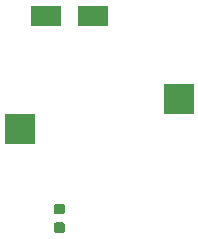
<source format=gbr>
G04 #@! TF.GenerationSoftware,KiCad,Pcbnew,5.1.5*
G04 #@! TF.CreationDate,2020-02-15T20:36:58-05:00*
G04 #@! TF.ProjectId,mx,6d782e6b-6963-4616-945f-706362585858,B*
G04 #@! TF.SameCoordinates,Original*
G04 #@! TF.FileFunction,Paste,Bot*
G04 #@! TF.FilePolarity,Positive*
%FSLAX46Y46*%
G04 Gerber Fmt 4.6, Leading zero omitted, Abs format (unit mm)*
G04 Created by KiCad (PCBNEW 5.1.5) date 2020-02-15 20:36:58*
%MOMM*%
%LPD*%
G04 APERTURE LIST*
%ADD10R,2.550000X2.500000*%
%ADD11C,0.100000*%
%ADD12R,2.500000X1.800000*%
G04 APERTURE END LIST*
D10*
X140785001Y-113740001D03*
X127335001Y-116280001D03*
D11*
G36*
X130960691Y-124176053D02*
G01*
X130981926Y-124179203D01*
X131002750Y-124184419D01*
X131022962Y-124191651D01*
X131042368Y-124200830D01*
X131060781Y-124211866D01*
X131078024Y-124224654D01*
X131093930Y-124239070D01*
X131108346Y-124254976D01*
X131121134Y-124272219D01*
X131132170Y-124290632D01*
X131141349Y-124310038D01*
X131148581Y-124330250D01*
X131153797Y-124351074D01*
X131156947Y-124372309D01*
X131158000Y-124393750D01*
X131158000Y-124831250D01*
X131156947Y-124852691D01*
X131153797Y-124873926D01*
X131148581Y-124894750D01*
X131141349Y-124914962D01*
X131132170Y-124934368D01*
X131121134Y-124952781D01*
X131108346Y-124970024D01*
X131093930Y-124985930D01*
X131078024Y-125000346D01*
X131060781Y-125013134D01*
X131042368Y-125024170D01*
X131022962Y-125033349D01*
X131002750Y-125040581D01*
X130981926Y-125045797D01*
X130960691Y-125048947D01*
X130939250Y-125050000D01*
X130426750Y-125050000D01*
X130405309Y-125048947D01*
X130384074Y-125045797D01*
X130363250Y-125040581D01*
X130343038Y-125033349D01*
X130323632Y-125024170D01*
X130305219Y-125013134D01*
X130287976Y-125000346D01*
X130272070Y-124985930D01*
X130257654Y-124970024D01*
X130244866Y-124952781D01*
X130233830Y-124934368D01*
X130224651Y-124914962D01*
X130217419Y-124894750D01*
X130212203Y-124873926D01*
X130209053Y-124852691D01*
X130208000Y-124831250D01*
X130208000Y-124393750D01*
X130209053Y-124372309D01*
X130212203Y-124351074D01*
X130217419Y-124330250D01*
X130224651Y-124310038D01*
X130233830Y-124290632D01*
X130244866Y-124272219D01*
X130257654Y-124254976D01*
X130272070Y-124239070D01*
X130287976Y-124224654D01*
X130305219Y-124211866D01*
X130323632Y-124200830D01*
X130343038Y-124191651D01*
X130363250Y-124184419D01*
X130384074Y-124179203D01*
X130405309Y-124176053D01*
X130426750Y-124175000D01*
X130939250Y-124175000D01*
X130960691Y-124176053D01*
G37*
G36*
X130960691Y-122601053D02*
G01*
X130981926Y-122604203D01*
X131002750Y-122609419D01*
X131022962Y-122616651D01*
X131042368Y-122625830D01*
X131060781Y-122636866D01*
X131078024Y-122649654D01*
X131093930Y-122664070D01*
X131108346Y-122679976D01*
X131121134Y-122697219D01*
X131132170Y-122715632D01*
X131141349Y-122735038D01*
X131148581Y-122755250D01*
X131153797Y-122776074D01*
X131156947Y-122797309D01*
X131158000Y-122818750D01*
X131158000Y-123256250D01*
X131156947Y-123277691D01*
X131153797Y-123298926D01*
X131148581Y-123319750D01*
X131141349Y-123339962D01*
X131132170Y-123359368D01*
X131121134Y-123377781D01*
X131108346Y-123395024D01*
X131093930Y-123410930D01*
X131078024Y-123425346D01*
X131060781Y-123438134D01*
X131042368Y-123449170D01*
X131022962Y-123458349D01*
X131002750Y-123465581D01*
X130981926Y-123470797D01*
X130960691Y-123473947D01*
X130939250Y-123475000D01*
X130426750Y-123475000D01*
X130405309Y-123473947D01*
X130384074Y-123470797D01*
X130363250Y-123465581D01*
X130343038Y-123458349D01*
X130323632Y-123449170D01*
X130305219Y-123438134D01*
X130287976Y-123425346D01*
X130272070Y-123410930D01*
X130257654Y-123395024D01*
X130244866Y-123377781D01*
X130233830Y-123359368D01*
X130224651Y-123339962D01*
X130217419Y-123319750D01*
X130212203Y-123298926D01*
X130209053Y-123277691D01*
X130208000Y-123256250D01*
X130208000Y-122818750D01*
X130209053Y-122797309D01*
X130212203Y-122776074D01*
X130217419Y-122755250D01*
X130224651Y-122735038D01*
X130233830Y-122715632D01*
X130244866Y-122697219D01*
X130257654Y-122679976D01*
X130272070Y-122664070D01*
X130287976Y-122649654D01*
X130305219Y-122636866D01*
X130323632Y-122625830D01*
X130343038Y-122616651D01*
X130363250Y-122609419D01*
X130384074Y-122604203D01*
X130405309Y-122601053D01*
X130426750Y-122600000D01*
X130939250Y-122600000D01*
X130960691Y-122601053D01*
G37*
D12*
X133540000Y-106680000D03*
X129540000Y-106680000D03*
M02*

</source>
